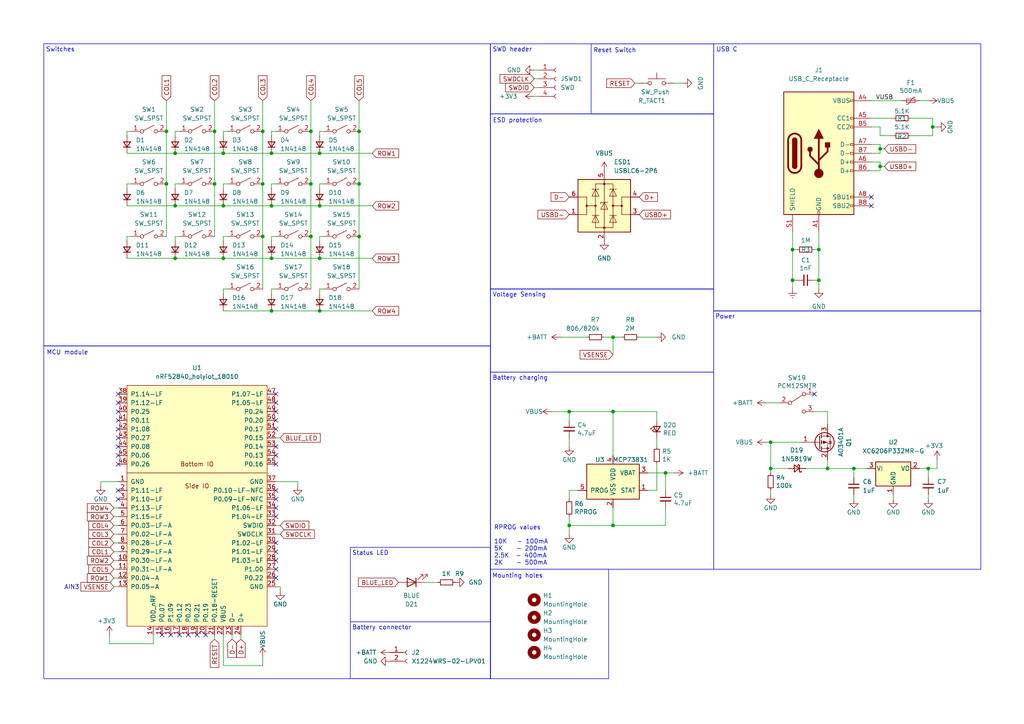
<source format=kicad_sch>
(kicad_sch (version 20231120) (generator "eeschema") (generator_version "8.0")
  (paper "A4")
  (junction (at 165.1 119.38))
  (junction (at 78.74 74.93))
  (junction (at 62.23 53.34))
  (junction (at 270.51 36.83))
  (junction (at 237.49 81.28))
  (junction (at 104.14 68.58))
  (junction (at 78.74 44.45))
  (junction (at 247.65 135.89))
  (junction (at 255.27 48.26))
  (junction (at 229.87 72.39))
  (junction (at 92.71 59.69))
  (junction (at 193.04 137.16))
  (junction (at 92.71 74.93))
  (junction (at 64.77 59.69))
  (junction (at 76.2 38.1))
  (junction (at 90.17 68.58))
  (junction (at 64.77 44.45))
  (junction (at 50.8 74.93))
  (junction (at 48.26 53.34))
  (junction (at 104.14 38.1))
  (junction (at 90.17 53.34))
  (junction (at 269.24 135.89))
  (junction (at 76.2 68.58))
  (junction (at 223.52 128.27))
  (junction (at 237.49 72.39))
  (junction (at 223.52 135.89))
  (junction (at 240.03 135.89))
  (junction (at 177.8 119.38))
  (junction (at 78.74 90.17))
  (junction (at 62.23 38.1))
  (junction (at 78.74 59.69))
  (junction (at 165.1 152.4))
  (junction (at 76.2 53.34))
  (junction (at 50.8 44.45))
  (junction (at 50.8 59.69))
  (junction (at 229.87 81.28))
  (junction (at 48.26 38.1))
  (junction (at 92.71 44.45))
  (junction (at 177.8 152.4))
  (junction (at 90.17 38.1))
  (junction (at 92.71 90.17))
  (junction (at 177.8 97.79))
  (junction (at 64.77 74.93))
  (junction (at 255.27 43.18))
  (junction (at 104.14 53.34))
  (no_connect (at 80.01 114.3))
  (no_connect (at 46.99 184.15))
  (no_connect (at 80.01 116.84))
  (no_connect (at 49.53 184.15))
  (no_connect (at 80.01 121.92))
  (no_connect (at 34.29 121.92))
  (no_connect (at 80.01 119.38))
  (no_connect (at 80.01 142.24))
  (no_connect (at 34.29 142.24))
  (no_connect (at 80.01 157.48))
  (no_connect (at 80.01 132.08))
  (no_connect (at 34.29 134.62))
  (no_connect (at 59.69 184.15))
  (no_connect (at 52.07 184.15))
  (no_connect (at 34.29 116.84))
  (no_connect (at 236.22 114.3))
  (no_connect (at 34.29 132.08))
  (no_connect (at 54.61 184.15))
  (no_connect (at 80.01 129.54))
  (no_connect (at 80.01 124.46))
  (no_connect (at 252.73 57.15))
  (no_connect (at 80.01 147.32))
  (no_connect (at 34.29 129.54))
  (no_connect (at 80.01 144.78))
  (no_connect (at 80.01 134.62))
  (no_connect (at 34.29 124.46))
  (no_connect (at 80.01 149.86))
  (no_connect (at 80.01 165.1))
  (no_connect (at 252.73 59.69))
  (no_connect (at 80.01 160.02))
  (no_connect (at 80.01 167.64))
  (no_connect (at 57.15 184.15))
  (no_connect (at 34.29 127))
  (no_connect (at 80.01 162.56))
  (no_connect (at 34.29 114.3))
  (no_connect (at 34.29 119.38))
  (no_connect (at 34.29 144.78))
  (wire (pts (xy 64.77 53.34) (xy 66.04 53.34)))
  (wire (pts (xy 92.71 53.34) (xy 93.98 53.34)))
  (wire (pts (xy 78.74 90.17) (xy 92.71 90.17)))
  (wire (pts (xy 64.77 184.15) (xy 64.77 193.04)))
  (wire (pts (xy 154.94 20.32) (xy 156.21 20.32)))
  (wire (pts (xy 76.2 68.58) (xy 76.2 83.82)))
  (wire (pts (xy 50.8 44.45) (xy 64.77 44.45)))
  (wire (pts (xy 29.21 139.7) (xy 29.21 140.97)))
  (wire (pts (xy 78.74 54.61) (xy 78.74 53.34)))
  (wire (pts (xy 31.75 186.69) (xy 44.45 186.69)))
  (wire (pts (xy 266.7 29.21) (xy 269.24 29.21)))
  (wire (pts (xy 64.77 69.85) (xy 64.77 68.58)))
  (wire (pts (xy 104.14 53.34) (xy 104.14 68.58)))
  (wire (pts (xy 76.2 53.34) (xy 76.2 68.58)))
  (wire (pts (xy 252.73 46.99) (xy 255.27 46.99)))
  (wire (pts (xy 33.02 154.94) (xy 34.29 154.94)))
  (wire (pts (xy 36.83 59.69) (xy 50.8 59.69)))
  (wire (pts (xy 64.77 83.82) (xy 66.04 83.82)))
  (wire (pts (xy 237.49 72.39) (xy 237.49 67.31)))
  (wire (pts (xy 229.87 81.28) (xy 229.87 72.39)))
  (wire (pts (xy 233.68 135.89) (xy 240.03 135.89)))
  (wire (pts (xy 50.8 69.85) (xy 50.8 68.58)))
  (wire (pts (xy 229.87 81.28) (xy 231.14 81.28)))
  (wire (pts (xy 92.71 74.93) (xy 107.95 74.93)))
  (wire (pts (xy 62.23 53.34) (xy 62.23 68.58)))
  (wire (pts (xy 92.71 68.58) (xy 92.71 69.85)))
  (wire (pts (xy 78.74 74.93) (xy 92.71 74.93)))
  (wire (pts (xy 187.96 142.24) (xy 190.5 142.24)))
  (wire (pts (xy 86.36 139.7) (xy 86.36 140.97)))
  (wire (pts (xy 154.94 27.94) (xy 156.21 27.94)))
  (wire (pts (xy 36.83 39.37) (xy 36.83 38.1)))
  (wire (pts (xy 90.17 29.21) (xy 90.17 38.1)))
  (wire (pts (xy 237.49 81.28) (xy 237.49 72.39)))
  (wire (pts (xy 92.71 44.45) (xy 107.95 44.45)))
  (wire (pts (xy 90.17 38.1) (xy 90.17 53.34)))
  (wire (pts (xy 193.04 137.16) (xy 193.04 142.24)))
  (wire (pts (xy 222.25 116.84) (xy 226.06 116.84)))
  (wire (pts (xy 269.24 135.89) (xy 269.24 138.43)))
  (wire (pts (xy 48.26 53.34) (xy 48.26 68.58)))
  (wire (pts (xy 33.02 157.48) (xy 34.29 157.48)))
  (wire (pts (xy 177.8 147.32) (xy 177.8 152.4)))
  (wire (pts (xy 33.02 149.86) (xy 34.29 149.86)))
  (wire (pts (xy 255.27 48.26) (xy 255.27 49.53)))
  (wire (pts (xy 165.1 154.94) (xy 165.1 152.4)))
  (wire (pts (xy 184.15 24.13) (xy 185.42 24.13)))
  (wire (pts (xy 270.51 36.83) (xy 271.78 36.83)))
  (wire (pts (xy 92.71 90.17) (xy 107.95 90.17)))
  (wire (pts (xy 237.49 83.82) (xy 237.49 81.28)))
  (wire (pts (xy 255.27 43.18) (xy 255.27 44.45)))
  (wire (pts (xy 36.83 74.93) (xy 50.8 74.93)))
  (wire (pts (xy 236.22 81.28) (xy 237.49 81.28)))
  (wire (pts (xy 33.02 162.56) (xy 34.29 162.56)))
  (wire (pts (xy 193.04 137.16) (xy 195.58 137.16)))
  (wire (pts (xy 64.77 44.45) (xy 78.74 44.45)))
  (wire (pts (xy 78.74 85.09) (xy 78.74 83.82)))
  (wire (pts (xy 270.51 39.37) (xy 264.16 39.37)))
  (wire (pts (xy 236.22 72.39) (xy 237.49 72.39)))
  (wire (pts (xy 177.8 119.38) (xy 177.8 132.08)))
  (wire (pts (xy 228.6 135.89) (xy 223.52 135.89)))
  (wire (pts (xy 259.08 143.51) (xy 259.08 144.78)))
  (wire (pts (xy 92.71 38.1) (xy 92.71 39.37)))
  (wire (pts (xy 252.73 49.53) (xy 255.27 49.53)))
  (wire (pts (xy 162.56 97.79) (xy 170.18 97.79)))
  (wire (pts (xy 50.8 74.93) (xy 64.77 74.93)))
  (wire (pts (xy 255.27 46.99) (xy 255.27 48.26)))
  (wire (pts (xy 165.1 142.24) (xy 165.1 144.78)))
  (wire (pts (xy 154.94 22.86) (xy 156.21 22.86)))
  (wire (pts (xy 78.74 83.82) (xy 80.01 83.82)))
  (wire (pts (xy 187.96 137.16) (xy 193.04 137.16)))
  (wire (pts (xy 195.58 24.13) (xy 198.12 24.13)))
  (wire (pts (xy 90.17 68.58) (xy 90.17 83.82)))
  (wire (pts (xy 67.31 184.15) (xy 67.31 185.42)))
  (wire (pts (xy 80.01 154.94) (xy 81.28 154.94)))
  (wire (pts (xy 190.5 142.24) (xy 190.5 134.62)))
  (wire (pts (xy 62.23 38.1) (xy 62.23 53.34)))
  (wire (pts (xy 36.83 53.34) (xy 38.1 53.34)))
  (wire (pts (xy 31.75 186.69) (xy 31.75 184.15)))
  (wire (pts (xy 256.54 43.18) (xy 255.27 43.18)))
  (wire (pts (xy 175.26 97.79) (xy 177.8 97.79)))
  (wire (pts (xy 76.2 193.04) (xy 76.2 190.5)))
  (wire (pts (xy 62.23 29.21) (xy 62.23 38.1)))
  (wire (pts (xy 177.8 97.79) (xy 180.34 97.79)))
  (wire (pts (xy 33.02 170.18) (xy 34.29 170.18)))
  (wire (pts (xy 78.74 69.85) (xy 78.74 68.58)))
  (wire (pts (xy 50.8 53.34) (xy 52.07 53.34)))
  (wire (pts (xy 240.03 135.89) (xy 247.65 135.89)))
  (wire (pts (xy 33.02 160.02) (xy 34.29 160.02)))
  (wire (pts (xy 223.52 135.89) (xy 223.52 137.16)))
  (wire (pts (xy 104.14 29.21) (xy 104.14 38.1)))
  (wire (pts (xy 190.5 121.92) (xy 190.5 119.38)))
  (wire (pts (xy 33.02 152.4) (xy 34.29 152.4)))
  (wire (pts (xy 270.51 39.37) (xy 270.51 36.83)))
  (wire (pts (xy 229.87 83.82) (xy 229.87 81.28)))
  (wire (pts (xy 255.27 41.91) (xy 255.27 43.18)))
  (wire (pts (xy 33.02 165.1) (xy 34.29 165.1)))
  (wire (pts (xy 50.8 68.58) (xy 52.07 68.58)))
  (wire (pts (xy 92.71 83.82) (xy 92.71 85.09)))
  (wire (pts (xy 64.77 90.17) (xy 78.74 90.17)))
  (wire (pts (xy 252.73 41.91) (xy 255.27 41.91)))
  (wire (pts (xy 80.01 139.7) (xy 86.36 139.7)))
  (wire (pts (xy 177.8 152.4) (xy 193.04 152.4)))
  (wire (pts (xy 81.28 170.18) (xy 81.28 171.45)))
  (wire (pts (xy 165.1 121.92) (xy 165.1 119.38)))
  (wire (pts (xy 64.77 38.1) (xy 66.04 38.1)))
  (wire (pts (xy 64.77 59.69) (xy 78.74 59.69)))
  (wire (pts (xy 264.16 34.29) (xy 270.51 34.29)))
  (wire (pts (xy 78.74 44.45) (xy 92.71 44.45)))
  (wire (pts (xy 247.65 135.89) (xy 247.65 138.43)))
  (wire (pts (xy 48.26 38.1) (xy 48.26 53.34)))
  (wire (pts (xy 50.8 59.69) (xy 64.77 59.69)))
  (wire (pts (xy 92.71 83.82) (xy 93.98 83.82)))
  (wire (pts (xy 92.71 38.1) (xy 93.98 38.1)))
  (wire (pts (xy 64.77 193.04) (xy 76.2 193.04)))
  (wire (pts (xy 44.45 186.69) (xy 44.45 184.15)))
  (wire (pts (xy 80.01 170.18) (xy 81.28 170.18)))
  (wire (pts (xy 50.8 54.61) (xy 50.8 53.34)))
  (wire (pts (xy 64.77 39.37) (xy 64.77 38.1)))
  (wire (pts (xy 76.2 38.1) (xy 76.2 53.34)))
  (wire (pts (xy 255.27 39.37) (xy 259.08 39.37)))
  (wire (pts (xy 64.77 74.93) (xy 78.74 74.93)))
  (wire (pts (xy 167.64 142.24) (xy 165.1 142.24)))
  (wire (pts (xy 34.29 139.7) (xy 29.21 139.7)))
  (wire (pts (xy 33.02 147.32) (xy 34.29 147.32)))
  (wire (pts (xy 255.27 36.83) (xy 252.73 36.83)))
  (wire (pts (xy 255.27 39.37) (xy 255.27 36.83)))
  (wire (pts (xy 104.14 68.58) (xy 104.14 83.82)))
  (wire (pts (xy 247.65 143.51) (xy 247.65 144.78)))
  (wire (pts (xy 271.78 133.35) (xy 271.78 135.89)))
  (wire (pts (xy 48.26 29.21) (xy 48.26 38.1)))
  (wire (pts (xy 177.8 152.4) (xy 165.1 152.4)))
  (wire (pts (xy 76.2 29.21) (xy 76.2 38.1)))
  (wire (pts (xy 177.8 97.79) (xy 177.8 102.87)))
  (wire (pts (xy 165.1 127) (xy 165.1 129.54)))
  (wire (pts (xy 92.71 59.69) (xy 107.95 59.69)))
  (wire (pts (xy 223.52 135.89) (xy 223.52 128.27)))
  (wire (pts (xy 223.52 142.24) (xy 223.52 143.51)))
  (wire (pts (xy 92.71 53.34) (xy 92.71 54.61)))
  (wire (pts (xy 78.74 53.34) (xy 80.01 53.34)))
  (wire (pts (xy 90.17 53.34) (xy 90.17 68.58)))
  (wire (pts (xy 50.8 39.37) (xy 50.8 38.1)))
  (wire (pts (xy 78.74 59.69) (xy 92.71 59.69)))
  (wire (pts (xy 252.73 44.45) (xy 255.27 44.45)))
  (wire (pts (xy 80.01 127) (xy 81.28 127)))
  (wire (pts (xy 165.1 119.38) (xy 177.8 119.38)))
  (wire (pts (xy 229.87 72.39) (xy 231.14 72.39)))
  (wire (pts (xy 78.74 38.1) (xy 80.01 38.1)))
  (wire (pts (xy 271.78 135.89) (xy 269.24 135.89)))
  (wire (pts (xy 259.08 34.29) (xy 252.73 34.29)))
  (wire (pts (xy 236.22 119.38) (xy 240.03 119.38)))
  (wire (pts (xy 36.83 38.1) (xy 38.1 38.1)))
  (wire (pts (xy 64.77 83.82) (xy 64.77 85.09)))
  (wire (pts (xy 154.94 25.4) (xy 156.21 25.4)))
  (wire (pts (xy 36.83 68.58) (xy 38.1 68.58)))
  (wire (pts (xy 33.02 167.64) (xy 34.29 167.64)))
  (wire (pts (xy 269.24 143.51) (xy 269.24 144.78)))
  (wire (pts (xy 240.03 135.89) (xy 240.03 133.35)))
  (wire (pts (xy 36.83 54.61) (xy 36.83 53.34)))
  (wire (pts (xy 190.5 119.38) (xy 177.8 119.38)))
  (wire (pts (xy 240.03 119.38) (xy 240.03 123.19)))
  (wire (pts (xy 78.74 68.58) (xy 80.01 68.58)))
  (wire (pts (xy 223.52 128.27) (xy 232.41 128.27)))
  (wire (pts (xy 160.02 119.38) (xy 165.1 119.38)))
  (wire (pts (xy 69.85 184.15) (xy 69.85 185.42)))
  (wire (pts (xy 190.5 129.54) (xy 190.5 127)))
  (wire (pts (xy 165.1 149.86) (xy 165.1 152.4)))
  (wire (pts (xy 270.51 34.29) (xy 270.51 36.83)))
  (wire (pts (xy 269.24 135.89) (xy 266.7 135.89)))
  (wire (pts (xy 36.83 69.85) (xy 36.83 68.58)))
  (wire (pts (xy 123.19 168.91) (xy 127 168.91)))
  (wire (pts (xy 78.74 39.37) (xy 78.74 38.1)))
  (wire (pts (xy 229.87 72.39) (xy 229.87 67.31)))
  (wire (pts (xy 251.46 135.89) (xy 247.65 135.89)))
  (wire (pts (xy 64.77 68.58) (xy 66.04 68.58)))
  (wire (pts (xy 50.8 38.1) (xy 52.07 38.1)))
  (wire (pts (xy 252.73 29.21) (xy 261.62 29.21)))
  (wire (pts (xy 36.83 44.45) (xy 50.8 44.45)))
  (wire (pts (xy 222.25 128.27) (xy 223.52 128.27)))
  (wire (pts (xy 81.28 152.4) (xy 80.01 152.4)))
  (wire (pts (xy 256.54 48.26) (xy 255.27 48.26)))
  (wire (pts (xy 185.42 97.79) (xy 190.5 97.79)))
  (wire (pts (xy 193.04 147.32) (xy 193.04 152.4)))
  (wire (pts (xy 92.71 68.58) (xy 93.98 68.58)))
  (wire (pts (xy 64.77 54.61) (xy 64.77 53.34)))
  (wire (pts (xy 104.14 38.1) (xy 104.14 53.34)))
  (wire (pts (xy 62.23 184.15) (xy 62.23 185.42)))
  (rectangle (start 142.24 107.95) (end 207.01 165.1))
  (rectangle (start 207.01 12.7) (end 284.48 90.17))
  (rectangle (start 207.01 90.17) (end 284.48 165.1))
  (rectangle (start 142.24 83.82) (end 207.01 107.95))
  (rectangle (start 171.45 12.7) (end 207.01 33.02))
  (rectangle (start 142.24 165.1) (end 176.53 196.85))
  (rectangle (start 101.6 180.34) (end 142.24 196.85))
  (rectangle (start 101.6 158.75) (end 142.24 180.34))
  (rectangle (start 12.7 100.33) (end 142.24 196.85))
  (rectangle (start 142.24 12.7) (end 207.01 33.02))
  (rectangle (start 12.7 12.7) (end 142.24 100.33))
  (rectangle (start 142.24 33.02) (end 207.01 83.82))
  (text "Battery charging" (at 150.876 109.728 0) (effects (font (size 1.27 1.27))))
  (text "Power" (at 210.312 91.948 0) (effects (font (size 1.27 1.27))))
  (text "RPROG values\n\n10K   - 100mA\n5K    - 200mA\n2.5K  - 400mA\n2K    - 500mA" (at 143.256 164.084 0) (effects (font (size 1.27 1.27)) (justify left bottom)))
  (text "Mounting holes" (at 150.114 167.132 0) (effects (font (size 1.27 1.27))))
  (text "SWD header" (at 148.59 14.478 0) (effects (font (size 1.27 1.27))))
  (text "AIN3" (at 20.828 170.434 0) (effects (font (size 1.27 1.27))))
  (text "Switches" (at 17.526 14.478 0) (effects (font (size 1.27 1.27))))
  (text "Voltage Sensing" (at 150.622 85.598 0) (effects (font (size 1.27 1.27))))
  (text "USB C" (at 210.82 14.478 0) (effects (font (size 1.27 1.27))))
  (text "Status LED" (at 107.442 160.528 0) (effects (font (size 1.27 1.27))))
  (text "Battery connector" (at 110.744 182.118 0) (effects (font (size 1.27 1.27))))
  (text "MCU module" (at 19.558 102.362 0) (effects (font (size 1.27 1.27))))
  (text "Reset Switch" (at 178.308 14.732 0) (effects (font (size 1.27 1.27))))
  (text "ESD protection" (at 150.114 35.052 0) (effects (font (size 1.27 1.27))))
  (label "VUSB" (at 254 29.21 0))
  (global_label "ROW2" (shape input) (at 33.02 162.56 180) (property "Intersheetrefs" "${INTERSHEET_REFS}" (effects (hide yes))))
  (global_label "ROW1" (shape input) (at 107.95 44.45 0) (property "Intersheetrefs" "${INTERSHEET_REFS}" (effects (hide yes))))
  (global_label "BLUE_LED" (shape input) (at 81.28 127 0) (property "Intersheetrefs" "${INTERSHEET_REFS}" (effects (hide yes))))
  (global_label "USBD+" (shape input) (at 185.42 62.23 0) (property "Intersheetrefs" "${INTERSHEET_REFS}" (effects (hide yes))))
  (global_label "SWDCLK" (shape input) (at 154.94 22.86 180) (property "Intersheetrefs" "${INTERSHEET_REFS}" (effects (hide yes))))
  (global_label "COL4" (shape input) (at 33.02 152.4 180) (property "Intersheetrefs" "${INTERSHEET_REFS}" (effects (hide yes))))
  (global_label "ROW3" (shape input) (at 107.95 74.93 0) (property "Intersheetrefs" "${INTERSHEET_REFS}" (effects (hide yes))))
  (global_label "COL2" (shape input) (at 33.02 157.48 180) (property "Intersheetrefs" "${INTERSHEET_REFS}" (effects (hide yes))))
  (global_label "SWDIO" (shape input) (at 81.28 152.4 0) (property "Intersheetrefs" "${INTERSHEET_REFS}" (effects (hide yes))))
  (global_label "BLUE_LED" (shape input) (at 115.57 168.91 180) (property "Intersheetrefs" "${INTERSHEET_REFS}" (effects (hide yes))))
  (global_label "RESET" (shape input) (at 62.23 185.42 270) (property "Intersheetrefs" "${INTERSHEET_REFS}" (effects (hide yes))))
  (global_label "VSENSE" (shape input) (at 33.02 170.18 180) (property "Intersheetrefs" "${INTERSHEET_REFS}" (effects (hide yes))))
  (global_label "SWDCLK" (shape input) (at 81.28 154.94 0) (property "Intersheetrefs" "${INTERSHEET_REFS}" (effects (hide yes))))
  (global_label "D-" (shape input) (at 67.31 185.42 270) (property "Intersheetrefs" "${INTERSHEET_REFS}" (effects (hide yes))))
  (global_label "ROW3" (shape input) (at 33.02 149.86 180) (property "Intersheetrefs" "${INTERSHEET_REFS}" (effects (hide yes))))
  (global_label "COL1" (shape input) (at 48.26 29.21 90) (property "Intersheetrefs" "${INTERSHEET_REFS}" (effects (hide yes))))
  (global_label "VSENSE" (shape input) (at 177.8 102.87 180) (property "Intersheetrefs" "${INTERSHEET_REFS}" (effects (hide yes))))
  (global_label "SWDIO" (shape input) (at 154.94 25.4 180) (property "Intersheetrefs" "${INTERSHEET_REFS}" (effects (hide yes))))
  (global_label "USBD-" (shape input) (at 165.1 62.23 180) (property "Intersheetrefs" "${INTERSHEET_REFS}" (effects (hide yes))))
  (global_label "COL5" (shape input) (at 104.14 29.21 90) (property "Intersheetrefs" "${INTERSHEET_REFS}" (effects (hide yes))))
  (global_label "COL3" (shape input) (at 33.02 154.94 180) (property "Intersheetrefs" "${INTERSHEET_REFS}" (effects (hide yes))))
  (global_label "USBD+" (shape input) (at 256.54 48.26 0) (property "Intersheetrefs" "${INTERSHEET_REFS}" (effects (hide yes))))
  (global_label "ROW4" (shape input) (at 33.02 147.32 180) (property "Intersheetrefs" "${INTERSHEET_REFS}" (effects (hide yes))))
  (global_label "D+" (shape input) (at 69.85 185.42 270) (property "Intersheetrefs" "${INTERSHEET_REFS}" (effects (hide yes))))
  (global_label "COL5" (shape input) (at 33.02 165.1 180) (property "Intersheetrefs" "${INTERSHEET_REFS}" (effects (hide yes))))
  (global_label "COL4" (shape input) (at 90.17 29.21 90) (property "Intersheetrefs" "${INTERSHEET_REFS}" (effects (hide yes))))
  (global_label "ROW2" (shape input) (at 107.95 59.69 0) (property "Intersheetrefs" "${INTERSHEET_REFS}" (effects (hide yes))))
  (global_label "D+" (shape input) (at 185.42 57.15 0) (property "Intersheetrefs" "${INTERSHEET_REFS}" (effects (hide yes))))
  (global_label "COL2" (shape input) (at 62.23 29.21 90) (property "Intersheetrefs" "${INTERSHEET_REFS}" (effects (hide yes))))
  (global_label "COL3" (shape input) (at 76.2 29.21 90) (property "Intersheetrefs" "${INTERSHEET_REFS}" (effects (hide yes))))
  (global_label "USBD-" (shape input) (at 256.54 43.18 0) (property "Intersheetrefs" "${INTERSHEET_REFS}" (effects (hide yes))))
  (global_label "ROW1" (shape input) (at 33.02 167.64 180) (property "Intersheetrefs" "${INTERSHEET_REFS}" (effects (hide yes))))
  (global_label "ROW4" (shape input) (at 107.95 90.17 0) (property "Intersheetrefs" "${INTERSHEET_REFS}" (effects (hide yes))))
  (global_label "COL1" (shape input) (at 33.02 160.02 180) (property "Intersheetrefs" "${INTERSHEET_REFS}" (effects (hide yes))))
  (global_label "RESET" (shape input) (at 184.15 24.13 180) (property "Intersheetrefs" "${INTERSHEET_REFS}" (effects (hide yes))))
  (global_label "D-" (shape input) (at 165.1 57.15 180) (property "Intersheetrefs" "${INTERSHEET_REFS}" (effects (hide yes))))
  (symbol (lib_id "power:GND") (at 132.08 168.91 90) (unit 1)
    (property "Reference" "#PWR024" (effects (hide yes)))
    (property "Value" "GND" (at 135.89 168.9099 90) (effects (justify right)))
  )
  (symbol (lib_id "power:GND") (at 190.5 97.79 90) (unit 1)
    (property "Reference" "#PWR019" (effects (hide yes)))
    (property "Value" "GND" (at 196.85 97.79 90))
  )
  (symbol (lib_id "Mechanical:MountingHole") (at 154.94 184.15 0) (unit 1) (exclude_from_sim yes) (in_bom no)
    (property "Reference" "H3" (at 157.48 182.8799 0) (effects (justify left)))
    (property "Value" "MountingHole" (at 157.48 185.4199 0) (effects (justify left)))
    (property "Footprint" "carpo:StandoffHole_4.3mm" (effects (hide yes)))
    (property "Description" "Mounting Hole without connection" (effects (hide yes)))
  )
  (symbol (lib_id "Device:D_Small") (at 78.74 41.91 90) (unit 1)
    (property "Reference" "D4" (at 81.28 40.6399 90) (effects (justify right)))
    (property "Value" "1N4148" (at 81.28 43.1799 90) (effects (justify right)))
    (property "Footprint" "Diode_SMD:D_SOD-123" (effects (hide yes)))
    (property "Description" "Diode, small symbol" (effects (hide yes)))
    (property "Sim.Device" "D" (effects (hide yes)))
    (property "Sim.Pins" "1=K 2=A" (effects (hide yes)))
    (property "Aliexpress" "https://www.aliexpress.com/item/32849879904.html?pdp_npi=4%40dis%21BRL%21R%24%2010%2C09%21R%24%2010%2C09%21%21%211.66%211.66%21%402103241117319619888525440e8871%2165195962302%21sh%21BR%214340077984%21X&spm=a2g0o.store_pc_allItems_or_groupList.new_all_items_2007523355393.32849879904" (effects (hide yes)))
    (property "LCSC" "C909967" (effects (hide yes)))
  )
  (symbol (lib_id "Device:D_Small") (at 92.71 72.39 90) (unit 1)
    (property "Reference" "D15" (at 95.25 71.1199 90) (effects (justify right)))
    (property "Value" "1N4148" (at 95.25 73.6599 90) (effects (justify right)))
    (property "Footprint" "Diode_SMD:D_SOD-123" (effects (hide yes)))
    (property "Description" "Diode, small symbol" (effects (hide yes)))
    (property "Sim.Device" "D" (effects (hide yes)))
    (property "Sim.Pins" "1=K 2=A" (effects (hide yes)))
    (property "Aliexpress" "https://www.aliexpress.com/item/32849879904.html?pdp_npi=4%40dis%21BRL%21R%24%2010%2C09%21R%24%2010%2C09%21%21%211.66%211.66%21%402103241117319619888525440e8871%2165195962302%21sh%21BR%214340077984%21X&spm=a2g0o.store_pc_allItems_or_groupList.new_all_items_2007523355393.32849879904" (effects (hide yes)))
    (property "LCSC" "C909967" (effects (hide yes)))
  )
  (symbol (lib_id "power:GND") (at 223.52 143.51 0) (unit 1)
    (property "Reference" "#PWR09" (effects (hide yes)))
    (property "Value" "GND" (at 223.52 147.32 0))
  )
  (symbol (lib_id "Mechanical:MountingHole") (at 154.94 189.23 0) (unit 1) (exclude_from_sim yes) (in_bom no)
    (property "Reference" "H4" (at 157.48 187.9599 0) (effects (justify left)))
    (property "Value" "MountingHole" (at 157.48 190.4999 0) (effects (justify left)))
    (property "Footprint" "carpo:StandoffHole_4.3mm" (effects (hide yes)))
    (property "Description" "Mounting Hole without connection" (effects (hide yes)))
  )
  (symbol (lib_id "power:VBUS") (at 269.24 29.21 270) (unit 1)
    (property "Reference" "#PWR01" (effects (hide yes)))
    (property "Value" "VBUS" (at 274.32 29.21 90))
  )
  (symbol (lib_id "Connector:Conn_01x02_Female") (at 118.11 189.23 0) (unit 1)
    (property "Reference" "J2" (at 119.38 189.2299 0) (effects (justify left)))
    (property "Value" "X1224WRS-02-LPV01" (at 119.38 191.7699 0) (effects (justify left)))
    (property "Footprint" "Connector_Molex:Molex_Pico-EZmate_78171-0002_1x02-1MP_P1.20mm_Vertical" (effects (hide yes)))
    (property "Aliexpress" "https://www.aliexpress.com/item/1005008059654298.html?spm=a2g0o.productlist.main.11.58513536xtKhKv&algo_pvid=bd3aa922-aa15-45c9-a93a-175bdb605849&algo_exp_id=bd3aa922-aa15-45c9-a93a-175bdb605849-5&pdp_npi=4%40dis%21BRL%2117.94%2117.94%21%21%212.95%212.95%21%402101e7f617319616422893688e9f23%2112000043491427239%21sea%21BR%214340077984%21X&curPageLogUid=7pDVXv2m4wOY&utparam-url=scene%3Asearch%7Cquery_from%3A" (effects (hide yes)))
    (property "LCSC" "C528028" (effects (hide yes)))
  )
  (symbol (lib_id "Device:C_Small") (at 269.24 140.97 0) (unit 1)
    (property "Reference" "C7" (at 271.78 139.7062 0) (effects (justify left)))
    (property "Value" "1uF" (at 271.78 142.2462 0) (effects (justify left)))
    (property "Footprint" "Capacitor_SMD:C_0603_1608Metric" (effects (hide yes)))
    (property "Aliexpress" "https://www.aliexpress.com/item/33015056650.html?pdp_npi=4%40dis%21BRL%21R%24%2010%2C67%21R%24%2010%2C67%21%21%211.76%211.76%21%402103246617320622125076525e6bd8%2167159922017%21sh%21BR%214340077984%21X&spm=a2g0o.store_pc_allItems_or_groupList.new_all_items_2007523355393.33015056650" (effects (hide yes)))
    (property "LCSC" "C1592" (effects (hide yes)))
  )
  (symbol (lib_name "+BATT_1") (lib_id "power:+BATT") (at 195.58 137.16 270) (unit 1)
    (property "Reference" "#PWR013" (effects (hide yes)))
    (property "Value" "+BATT" (at 199.39 137.1599 90) (effects (justify left)))
    (property "Description" "Power symbol creates a global label with name \"+BATT\"" (effects (hide yes)))
  )
  (symbol (lib_id "Switch:SW_SPST") (at 57.15 53.34 0) (unit 1)
    (property "Reference" "SW7" (at 57.15 46.99 0))
    (property "Value" "SW_SPST" (at 57.15 49.53 0))
    (property "Footprint" "marbastlib-choc:SW_choc_v1_HS_CPG135001S30_1u" (effects (hide yes)))
    (property "Description" "Single Pole Single Throw (SPST) switch" (effects (hide yes)))
    (property "Aliexpress" "https://www.aliexpress.com/item/1005004290562374.html?spm=a2g0o.order_list.order_list_main.11.1b7a1802tGxfP6" (effects (hide yes)))
  )
  (symbol (lib_id "Switch:SW_SPST") (at 99.06 83.82 0) (unit 1)
    (property "Reference" "SW18" (at 99.06 77.47 0))
    (property "Value" "SW_SPST" (at 99.06 80.01 0))
    (property "Footprint" "marbastlib-choc:SW_choc_v1_HS_CPG135001S30_1.5u" (effects (hide yes)))
    (property "Description" "Single Pole Single Throw (SPST) switch" (effects (hide yes)))
    (property "Aliexpress" "https://www.aliexpress.com/item/1005004290562374.html?spm=a2g0o.order_list.order_list_main.11.1b7a1802tGxfP6" (effects (hide yes)))
  )
  (symbol (lib_id "Device:D_Small") (at 64.77 57.15 90) (unit 1)
    (property "Reference" "D8" (at 67.31 55.8799 90) (effects (justify right)))
    (property "Value" "1N4148" (at 67.31 58.4199 90) (effects (justify right)))
    (property "Footprint" "Diode_SMD:D_SOD-123" (effects (hide yes)))
    (property "Description" "Diode, small symbol" (effects (hide yes)))
    (property "Sim.Device" "D" (effects (hide yes)))
    (property "Sim.Pins" "1=K 2=A" (effects (hide yes)))
    (property "Aliexpress" "https://www.aliexpress.com/item/32849879904.html?pdp_npi=4%40dis%21BRL%21R%24%2010%2C09%21R%24%2010%2C09%21%21%211.66%211.66%21%402103241117319619888525440e8871%2165195962302%21sh%21BR%214340077984%21X&spm=a2g0o.store_pc_allItems_or_groupList.new_all_items_2007523355393.32849879904" (effects (hide yes)))
    (property "LCSC" "C909967" (effects (hide yes)))
  )
  (symbol (lib_id "Device:LED") (at 119.38 168.91 180) (unit 1)
    (property "Reference" "D21" (at 119.38 175.26 0))
    (property "Value" "BLUE" (at 119.38 172.72 0))
    (property "Footprint" "LED_SMD:LED_0603_1608Metric" (effects (hide yes)))
    (property "Aliexpress" "https://www.aliexpress.com/item/1005005981379885.html?spm=a2g0o.productlist.main.1.7b99DxRPDxRPdx&algo_pvid=18eb9153-bacb-4ca3-8257-d5c9a437a83b&algo_exp_id=18eb9153-bacb-4ca3-8257-d5c9a437a83b-0&pdp_npi=4%40dis%21BRL%217.01%214.66%21%21%218.39%215.58%21%402103246617321624426335786e6bb7%2112000035165361804%21sea%21BR%214340077984%21X&curPageLogUid=PSjrLVZGbaW6&utparam-url=scene%3Asearch%7Cquery_from%3A" (effects (hide yes)))
    (property "LCSC" "C72041" (effects (hide yes)))
  )
  (symbol (lib_id "power:+3.3V") (at 31.75 184.15 0) (unit 1)
    (property "Reference" "#PWR027" (effects (hide yes)))
    (property "Value" "+3V3" (at 33.528 180.086 0) (effects (justify right)))
  )
  (symbol (lib_id "Device:D_Small") (at 78.74 72.39 90) (unit 1)
    (property "Reference" "D14" (at 81.28 71.1199 90) (effects (justify right)))
    (property "Value" "1N4148" (at 81.28 73.6599 90) (effects (justify right)))
    (property "Footprint" "Diode_SMD:D_SOD-123" (effects (hide yes)))
    (property "Description" "Diode, small symbol" (effects (hide yes)))
    (property "Sim.Device" "D" (effects (hide yes)))
    (property "Sim.Pins" "1=K 2=A" (effects (hide yes)))
    (property "Aliexpress" "https://www.aliexpress.com/item/32849879904.html?pdp_npi=4%40dis%21BRL%21R%24%2010%2C09%21R%24%2010%2C09%21%21%211.66%211.66%21%402103241117319619888525440e8871%2165195962302%21sh%21BR%214340077984%21X&spm=a2g0o.store_pc_allItems_or_groupList.new_all_items_2007523355393.32849879904" (effects (hide yes)))
    (property "LCSC" "C909967" (effects (hide yes)))
  )
  (symbol (lib_id "Device:C_Small") (at 247.65 140.97 0) (unit 1)
    (property "Reference" "C6" (at 250.19 139.7062 0) (effects (justify left)))
    (property "Value" "1uF" (at 250.19 142.2462 0) (effects (justify left)))
    (property "Footprint" "Capacitor_SMD:C_0603_1608Metric" (effects (hide yes)))
    (property "Aliexpress" "https://www.aliexpress.com/item/33015056650.html?pdp_npi=4%40dis%21BRL%21R%24%2010%2C67%21R%24%2010%2C67%21%21%211.76%211.76%21%402103246617320622125076525e6bd8%2167159922017%21sh%21BR%214340077984%21X&spm=a2g0o.store_pc_allItems_or_groupList.new_all_items_2007523355393.33015056650" (effects (hide yes)))
    (property "LCSC" "C1592" (effects (hide yes)))
  )
  (symbol (lib_id "Device:R_Small") (at 172.72 97.79 90) (unit 1)
    (property "Reference" "R7" (at 173.99 92.71 90) (effects (justify left)))
    (property "Value" "806/820k" (at 173.9899 95.25 90) (effects (justify left)))
    (property "Footprint" "Resistor_SMD:R_0603_1608Metric" (effects (hide yes)))
    (property "Aliexpress" "https://www.aliexpress.com/item/1005005180820900.html?spm=a2g0o.productlist.main.1.6134qFKhqFKhPF&algo_pvid=969d0013-7308-43b2-93d5-d0302bfc5325&algo_exp_id=969d0013-7308-43b2-93d5-d0302bfc5325-0&pdp_npi=4%40dis%21BRL%2111.17%2111.17%21%21%2113.33%2113.33%21%402101effb17320481852814788ebca1%2112000031996358565%21sea%21BR%214340077984%21X&curPageLogUid=E6k8bUI6WbVH&utparam-url=scene%3Asearch%7Cquery_from%3A" (effects (hide yes)))
    (property "LCSC" "C103828" (effects (hide yes)))
  )
  (symbol (lib_id "Switch:SW_SPST") (at 71.12 68.58 0) (unit 1)
    (property "Reference" "SW13" (at 71.12 62.23 0))
    (property "Value" "SW_SPST" (at 71.12 64.77 0))
    (property "Footprint" "marbastlib-choc:SW_choc_v1_HS_CPG135001S30_1u" (effects (hide yes)))
    (property "Description" "Single Pole Single Throw (SPST) switch" (effects (hide yes)))
    (property "Aliexpress" "https://www.aliexpress.com/item/1005004290562374.html?spm=a2g0o.order_list.order_list_main.11.1b7a1802tGxfP6" (effects (hide yes)))
  )
  (symbol (lib_id "Switch:SW_SPST") (at 85.09 68.58 0) (unit 1)
    (property "Reference" "SW14" (at 85.09 62.23 0))
    (property "Value" "SW_SPST" (at 85.09 64.77 0))
    (property "Footprint" "marbastlib-choc:SW_choc_v1_HS_CPG135001S30_1u" (effects (hide yes)))
    (property "Description" "Single Pole Single Throw (SPST) switch" (effects (hide yes)))
    (property "Aliexpress" "https://www.aliexpress.com/item/1005004290562374.html?spm=a2g0o.order_list.order_list_main.11.1b7a1802tGxfP6" (effects (hide yes)))
  )
  (symbol (lib_id "Device:C_Small") (at 165.1 124.46 0) (unit 1)
    (property "Reference" "C4" (at 167.4368 123.2916 0) (effects (justify left)))
    (property "Value" "4.7uF" (at 167.4368 125.603 0) (effects (justify left)))
    (property "Footprint" "Capacitor_SMD:C_0603_1608Metric" (effects (hide yes)))
    (property "LCSC" "C19666" (effects (hide yes)))
    (property "Aliexpress" "https://www.aliexpress.com/item/33015056650.html?pdp_npi=4%40dis%21BRL%21R%24%2010%2C67%21R%24%2010%2C67%21%21%211.76%211.76%21%402103246617320622125076525e6bd8%2167159922017%21sh%21BR%214340077984%21X&spm=a2g0o.store_pc_allItems_or_groupList.new_all_items_2007523355393.33015056650" (effects (hide yes)))
  )
  (symbol (lib_id "Device:D_Small") (at 64.77 87.63 90) (unit 1)
    (property "Reference" "D16" (at 67.31 86.3599 90) (effects (justify right)))
    (property "Value" "1N4148" (at 67.31 88.8999 90) (effects (justify right)))
    (property "Footprint" "Diode_SMD:D_SOD-123" (effects (hide yes)))
    (property "Description" "Diode, small symbol" (effects (hide yes)))
    (property "Sim.Device" "D" (effects (hide yes)))
    (property "Sim.Pins" "1=K 2=A" (effects (hide yes)))
    (property "Aliexpress" "https://www.aliexpress.com/item/32849879904.html?pdp_npi=4%40dis%21BRL%21R%24%2010%2C09%21R%24%2010%2C09%21%21%211.66%211.66%21%402103241117319619888525440e8871%2165195962302%21sh%21BR%214340077984%21X&spm=a2g0o.store_pc_allItems_or_groupList.new_all_items_2007523355393.32849879904" (effects (hide yes)))
    (property "LCSC" "C909967" (effects (hide yes)))
  )
  (symbol (lib_id "Device:D_Small") (at 50.8 72.39 90) (unit 1)
    (property "Reference" "D12" (at 53.34 71.1199 90) (effects (justify right)))
    (property "Value" "1N4148" (at 53.34 73.6599 90) (effects (justify right)))
    (property "Footprint" "Diode_SMD:D_SOD-123" (effects (hide yes)))
    (property "Description" "Diode, small symbol" (effects (hide yes)))
    (property "Sim.Device" "D" (effects (hide yes)))
    (property "Sim.Pins" "1=K 2=A" (effects (hide yes)))
    (property "Aliexpress" "https://www.aliexpress.com/item/32849879904.html?pdp_npi=4%40dis%21BRL%21R%24%2010%2C09%21R%24%2010%2C09%21%21%211.66%211.66%21%402103241117319619888525440e8871%2165195962302%21sh%21BR%214340077984%21X&spm=a2g0o.store_pc_allItems_or_groupList.new_all_items_2007523355393.32849879904" (effects (hide yes)))
    (property "LCSC" "C909967" (effects (hide yes)))
  )
  (symbol (lib_id "power:GND") (at 165.1 129.54 0) (unit 1)
    (property "Reference" "#PWR05" (effects (hide yes)))
    (property "Value" "GND" (at 165.1 133.35 0))
  )
  (symbol (lib_id "Device:R_Small") (at 190.5 132.08 180) (unit 1)
    (property "Reference" "R5" (at 191.9986 130.9116 0) (effects (justify right)))
    (property "Value" "1K" (at 191.9986 133.223 0) (effects (justify right)))
    (property "Footprint" "Resistor_SMD:R_0603_1608Metric" (effects (hide yes)))
    (property "LCSC" "C21190" (effects (hide yes)))
    (property "Aliexpress" "https://www.aliexpress.com/item/32847135098.html?pdp_npi=4%40dis%21BRL%21R%24%207%2C95%21R%24%207%2C95%21%21%211.31%211.31%21%4021030ea417320477566177655e9c92%2165168386237%21sh%21BR%214340077984%21X&spm=a2g0o.store_pc_allItems_or_groupList.new_all_items_2007523355393.32847135098" (effects (hide yes)))
  )
  (symbol (lib_id "Device:D_Small") (at 92.71 57.15 90) (unit 1)
    (property "Reference" "D10" (at 95.25 55.8799 90) (effects (justify right)))
    (property "Value" "1N4148" (at 95.25 58.4199 90) (effects (justify right)))
    (property "Footprint" "Diode_SMD:D_SOD-123" (effects (hide yes)))
    (property "Description" "Diode, small symbol" (effects (hide yes)))
    (property "Sim.Device" "D" (effects (hide yes)))
    (property "Sim.Pins" "1=K 2=A" (effects (hide yes)))
    (property "Aliexpress" "https://www.aliexpress.com/item/32849879904.html?pdp_npi=4%40dis%21BRL%21R%24%2010%2C09%21R%24%2010%2C09%21%21%211.66%211.66%21%402103241117319619888525440e8871%2165195962302%21sh%21BR%214340077984%21X&spm=a2g0o.store_pc_allItems_or_groupList.new_all_items_2007523355393.32849879904" (effects (hide yes)))
    (property "LCSC" "C909967" (effects (hide yes)))
  )
  (symbol (lib_id "power:GND") (at 237.49 83.82 0) (unit 1)
    (property "Reference" "#PWR04" (effects (hide yes)))
    (property "Value" "GND" (at 237.49 88.9 0))
  )
  (symbol (lib_id "Switch:SW_SPST") (at 85.09 53.34 0) (unit 1)
    (property "Reference" "SW9" (at 85.09 46.99 0))
    (property "Value" "SW_SPST" (at 85.09 49.53 0))
    (property "Footprint" "marbastlib-choc:SW_choc_v1_HS_CPG135001S30_1u" (effects (hide yes)))
    (property "Description" "Single Pole Single Throw (SPST) switch" (effects (hide yes)))
    (property "Aliexpress" "https://www.aliexpress.com/item/1005004290562374.html?spm=a2g0o.order_list.order_list_main.11.1b7a1802tGxfP6" (effects (hide yes)))
  )
  (symbol (lib_id "Battery_Management:MCP73831-2-OT") (at 177.8 139.7 0) (unit 1)
    (property "Reference" "U3" (at 173.99 133.35 0))
    (property "Value" "MCP73831" (at 182.88 133.35 0))
    (property "Footprint" "Package_TO_SOT_SMD:SOT-23-5" (effects (hide yes)))
    (property "Datasheet" "http://ww1.microchip.com/downloads/en/DeviceDoc/20001984g.pdf" (effects (hide yes)))
    (property "LCSC" "C14879" (effects (hide yes)))
    (property "Aliexpress" "https://www.aliexpress.com/item/32714249253.html?spm=a2g0o.productlist.main.5.4e943cd6VJpTkW&algo_pvid=d1f289e1-092b-4c7f-a226-af7a4b6ba5b8&algo_exp_id=d1f289e1-092b-4c7f-a226-af7a4b6ba5b8-2&pdp_npi=4%40dis%21BRL%2111.61%2111.61%21%21%211.91%211.91%21%402103205117319429034655653e1f6e%2161012982711%21sea%21BR%214340077984%21X&curPageLogUid=2HwIj03rL6Cx&utparam-url=scene%3Asearch%7Cquery_from%3A" (effects (hide yes)))
  )
  (symbol (lib_id "Switch:SW_SPST") (at 99.06 38.1 0) (unit 1)
    (property "Reference" "SW5" (at 99.06 31.75 0))
    (property "Value" "SW_SPST" (at 99.06 34.29 0))
    (property "Footprint" "marbastlib-choc:SW_choc_v1_HS_CPG135001S30_1u" (effects (hide yes)))
    (property "Description" "Single Pole Single Throw (SPST) switch" (effects (hide yes)))
    (property "Aliexpress" "https://www.aliexpress.com/item/1005004290562374.html?spm=a2g0o.order_list.order_list_main.11.1b7a1802tGxfP6" (effects (hide yes)))
  )
  (symbol (lib_id "power:GND") (at 259.08 144.78 0) (unit 1)
    (property "Reference" "#PWR025" (effects (hide yes)))
    (property "Value" "GND" (at 259.08 148.59 0))
  )
  (symbol (lib_id "power:VBUS") (at 160.02 119.38 90) (unit 1)
    (property "Reference" "#PWR015" (effects (hide yes)))
    (property "Value" "VBUS" (at 154.94 119.38 90))
  )
  (symbol (lib_id "Mechanical:MountingHole") (at 154.94 179.07 0) (unit 1) (exclude_from_sim yes) (in_bom no)
    (property "Reference" "H2" (at 157.48 177.7999 0) (effects (justify left)))
    (property "Value" "MountingHole" (at 157.48 180.3399 0) (effects (justify left)))
    (property "Footprint" "carpo:StandoffHole_4.3mm" (effects (hide yes)))
    (property "Description" "Mounting Hole without connection" (effects (hide yes)))
  )
  (symbol (lib_id "Device:D_Small") (at 36.83 57.15 90) (unit 1)
    (property "Reference" "D6" (at 39.37 55.8799 90) (effects (justify right)))
    (property "Value" "1N4148" (at 39.37 58.4199 90) (effects (justify right)))
    (property "Footprint" "Diode_SMD:D_SOD-123" (effects (hide yes)))
    (property "Description" "Diode, small symbol" (effects (hide yes)))
    (property "Sim.Device" "D" (effects (hide yes)))
    (property "Sim.Pins" "1=K 2=A" (effects (hide yes)))
    (property "Aliexpress" "https://www.aliexpress.com/item/32849879904.html?pdp_npi=4%40dis%21BRL%21R%24%2010%2C09%21R%24%2010%2C09%21%21%211.66%211.66%21%402103241117319619888525440e8871%2165195962302%21sh%21BR%214340077984%21X&spm=a2g0o.store_pc_allItems_or_groupList.new_all_items_2007523355393.32849879904" (effects (hide yes)))
    (property "LCSC" "C909967" (effects (hide yes)))
  )
  (symbol (lib_id "Device:R_Small") (at 182.88 97.79 90) (unit 1)
    (property "Reference" "R8" (at 184.15 92.71 90) (effects (justify left)))
    (property "Value" "2M" (at 184.1499 95.25 90) (effects (justify left)))
    (property "Footprint" "Resistor_SMD:R_0603_1608Metric" (effects (hide yes)))
    (property "Aliexpress" "https://www.aliexpress.com/item/32847135098.html?pdp_npi=4%40dis%21BRL%21R%24%207%2C95%21R%24%207%2C95%21%21%211.31%211.31%21%4021030ea417320477566177655e9c92%2165168386237%21sh%21BR%214340077984%21X&spm=a2g0o.store_pc_allItems_or_groupList.new_all_items_2007523355393.32847135098" (effects (hide yes)))
    (property "LCSC" "C22976" (effects (hide yes)))
  )
  (symbol (lib_id "Switch:SW_SPST") (at 43.18 53.34 0) (unit 1)
    (property "Reference" "SW6" (at 43.18 46.99 0))
    (property "Value" "SW_SPST" (at 43.18 49.53 0))
    (property "Footprint" "marbastlib-choc:SW_choc_v1_HS_CPG135001S30_1u" (effects (hide yes)))
    (property "Description" "Single Pole Single Throw (SPST) switch" (effects (hide yes)))
    (property "Aliexpress" "https://www.aliexpress.com/item/1005004290562374.html?spm=a2g0o.order_list.order_list_main.11.1b7a1802tGxfP6" (effects (hide yes)))
  )
  (symbol (lib_id "Switch:SW_SPST") (at 57.15 38.1 0) (unit 1)
    (property "Reference" "SW2" (at 57.15 31.75 0))
    (property "Value" "SW_SPST" (at 57.15 34.29 0))
    (property "Footprint" "marbastlib-choc:SW_choc_v1_HS_CPG135001S30_1u" (effects (hide yes)))
    (property "Description" "Single Pole Single Throw (SPST) switch" (effects (hide yes)))
    (property "Aliexpress" "https://www.aliexpress.com/item/1005004290562374.html?spm=a2g0o.order_list.order_list_main.11.1b7a1802tGxfP6" (effects (hide yes)))
  )
  (symbol (lib_id "Device:R_Small") (at 129.54 168.91 90) (unit 1)
    (property "Reference" "R9" (at 134.62 166.37 90) (effects (justify left)))
    (property "Value" "1K" (at 130.81 166.37 90) (effects (justify left)))
    (property "Footprint" "Resistor_SMD:R_0603_1608Metric" (effects (hide yes)))
    (property "Aliexpress" "https://www.aliexpress.com/item/32847135098.html?pdp_npi=4%40dis%21BRL%21R%24%207%2C95%21R%24%207%2C95%21%21%211.31%211.31%21%4021030ea417320477566177655e9c92%2165168386237%21sh%21BR%214340077984%21X&spm=a2g0o.store_pc_allItems_or_groupList.new_all_items_2007523355393.32847135098" (effects (hide yes)))
    (property "LCSC" "C21190" (effects (hide yes)))
  )
  (symbol (lib_id "Switch:SW_Push") (at 190.5 24.13 0) (unit 1)
    (property "Reference" "R_TACT1" (at 193.04 29.21 0) (effects (justify right)))
    (property "Value" "SW_Push" (at 194.31 26.67 0) (effects (justify right)))
    (property "Footprint" "Button_Switch_SMD:Panasonic_EVQPUL_EVQPUC" (effects (hide yes)))
    (property "Aliexpress" "https://www.aliexpress.com/item/1005005453787620.html?spm=a2g0o.productlist.main.1.11d71ae5j97qJo&algo_pvid=568eff6e-180e-4b37-958c-7c0a3b0f84d9&algo_exp_id=568eff6e-180e-4b37-958c-7c0a3b0f84d9-0&pdp_npi=4%40dis%21BRL%2110.94%219.89%21%21%2113.03%2111.78%21%402103273e17319427737965163e3c62%2112000038111003831%21sea%21BR%214340077984%21X&curPageLogUid=5a6rqzQqwGi2&utparam-url=scene%3Asearch%7Cquery_from%3A" (effects (hide yes)))
    (property "LCSC" "C79175" (effects (hide yes)))
  )
  (symbol (lib_id "power:GND") (at 154.94 20.32 270) (unit 1)
    (property "Reference" "#PWR017" (effects (hide yes)))
    (property "Value" "GND" (at 151.13 20.3199 90) (effects (justify right)))
  )
  (symbol (lib_id "Switch:SW_SPST") (at 71.12 83.82 0) (unit 1)
    (property "Reference" "SW16" (at 71.12 77.47 0))
    (property "Value" "SW_SPST" (at 71.12 80.01 0))
    (property "Footprint" "marbastlib-choc:SW_choc_v1_HS_CPG135001S30_1u" (effects (hide yes)))
    (property "Description" "Single Pole Single Throw (SPST) switch" (effects (hide yes)))
    (property "Aliexpress" "https://www.aliexpress.com/item/1005004290562374.html?spm=a2g0o.order_list.order_list_main.11.1b7a1802tGxfP6" (effects (hide yes)))
  )
  (symbol (lib_name "+BATT_1") (lib_id "power:+BATT") (at 162.56 97.79 90) (unit 1)
    (property "Reference" "#PWR012" (effects (hide yes)))
    (property "Value" "+BATT" (at 158.75 97.7899 90) (effects (justify left)))
    (property "Description" "Power symbol creates a global label with name \"+BATT\"" (effects (hide yes)))
  )
  (symbol (lib_id "kicad-keyboard-parts:XC6206PxxxMR-Regulator_Linear") (at 259.08 135.89 0) (unit 1)
    (property "Reference" "U2" (at 259.08 128.27 0))
    (property "Value" "XC6206P332MR-G" (at 259.08 130.81 0))
    (property "Footprint" "Package_TO_SOT_SMD:SOT-23" (effects (hide yes)))
    (property "Datasheet" "https://www.torexsemi.com/file/xc6206/XC6206.pdf" (effects (hide yes)))
    (property "LCSC" "C5446" (effects (hide yes)))
    (property "Aliexpress" "https://www.aliexpress.com/item/1005005560879957.html?spm=a2g0o.productlist.main.1.8147565e8xPCNS&algo_pvid=832843ed-a07d-488e-9a95-02c42698494f&algo_exp_id=832843ed-a07d-488e-9a95-02c42698494f-0&pdp_npi=4%40dis%21BRL%218.31%218.31%21%21%211.37%211.37%21%40210313e917320639779521928ed48d%2112000033548906902%21sea%21BR%214340077984%21X&curPageLogUid=XQoBcdRpxlZc&utparam-url=scene%3Asearch%7Cquery_from%3A" (effects (hide yes)))
  )
  (symbol (lib_id "power:VBUS") (at 76.2 190.5 0) (unit 1)
    (property "Reference" "#PWR07" (effects (hide yes)))
    (property "Value" "VBUS" (at 76.2 185.42 90))
  )
  (symbol (lib_id "Device:D_Small") (at 36.83 41.91 90) (unit 1)
    (property "Reference" "D1" (at 39.37 40.6399 90) (effects (justify right)))
    (property "Value" "1N4148" (at 39.37 43.1799 90) (effects (justify right)))
    (property "Footprint" "Diode_SMD:D_SOD-123" (effects (hide yes)))
    (property "Description" "Diode, small symbol" (effects (hide yes)))
    (property "Sim.Device" "D" (effects (hide yes)))
    (property "Sim.Pins" "1=K 2=A" (effects (hide yes)))
    (property "Aliexpress" "https://www.aliexpress.com/item/32849879904.html?pdp_npi=4%40dis%21BRL%21R%24%2010%2C09%21R%24%2010%2C09%21%21%211.66%211.66%21%402103241117319619888525440e8871%2165195962302%21sh%21BR%214340077984%21X&spm=a2g0o.store_pc_allItems_or_groupList.new_all_items_2007523355393.32849879904" (effects (hide yes)))
    (property "LCSC" "C909967" (effects (hide yes)))
  )
  (symbol (lib_id "Device:D_Small") (at 64.77 72.39 90) (unit 1)
    (property "Reference" "D13" (at 67.31 71.1199 90) (effects (justify right)))
    (property "Value" "1N4148" (at 67.31 73.6599 90) (effects (justify right)))
    (property "Footprint" "Diode_SMD:D_SOD-123" (effects (hide yes)))
    (property "Description" "Diode, small symbol" (effects (hide yes)))
    (property "Sim.Device" "D" (effects (hide yes)))
    (property "Sim.Pins" "1=K 2=A" (effects (hide yes)))
    (property "Aliexpress" "https://www.aliexpress.com/item/32849879904.html?pdp_npi=4%40dis%21BRL%21R%24%2010%2C09%21R%24%2010%2C09%21%21%211.66%211.66%21%402103241117319619888525440e8871%2165195962302%21sh%21BR%214340077984%21X&spm=a2g0o.store_pc_allItems_or_groupList.new_all_items_2007523355393.32849879904" (effects (hide yes)))
    (property "LCSC" "C909967" (effects (hide yes)))
  )
  (symbol (lib_id "Device:D_Schottky_Small") (at 231.14 135.89 180) (unit 1)
    (property "Reference" "D19" (at 229.108 130.556 0) (effects (justify right)))
    (property "Value" "1N5819W" (at 226.568 133.096 0) (effects (justify right)))
    (property "Footprint" "Diode_SMD:D_SOD-123" (effects (hide yes)))
    (property "Description" "Schottky diode, small symbol" (effects (hide yes)))
    (property "LCSC" "C169540" (effects (hide yes)))
    (property "Aliexpress" "https://www.aliexpress.com/item/32849879904.html?pdp_npi=4%40dis%21BRL%21R%24%2010%2C09%21R%24%2010%2C09%21%21%211.66%211.66%21%402103241117319619888525440e8871%2165195962302%21sh%21BR%214340077984%21X&spm=a2g0o.store_pc_allItems_or_groupList.new_all_items_2007523355393.32849879904" (effects (hide yes)))
  )
  (symbol (lib_id "power:GND") (at 86.36 140.97 0) (unit 1)
    (property "Reference" "#PWR029" (effects (hide yes)))
    (property "Value" "GND" (at 86.36 144.78 0))
  )
  (symbol (lib_id "Mechanical:MountingHole") (at 154.94 173.99 0) (unit 1) (exclude_from_sim yes) (in_bom no)
    (property "Reference" "H1" (at 157.48 172.7199 0) (effects (justify left)))
    (property "Value" "MountingHole" (at 157.48 175.2599 0) (effects (justify left)))
    (property "Footprint" "carpo:StandoffHole_4.3mm" (effects (hide yes)))
    (property "Description" "Mounting Hole without connection" (effects (hide yes)))
  )
  (symbol (lib_id "power:Earth") (at 229.87 83.82 0) (unit 1)
    (property "Reference" "#PWR03" (effects (hide yes)))
    (property "Value" "Earth" (effects (hide yes)))
  )
  (symbol (lib_id "power:+3.3V") (at 154.94 27.94 90) (unit 1)
    (property "Reference" "#PWR016" (effects (hide yes)))
    (property "Value" "+3V3" (at 144.78 27.94 90) (effects (justify right)))
  )
  (symbol (lib_id "power:GND") (at 165.1 154.94 0) (unit 1)
    (property "Reference" "#PWR06" (effects (hide yes)))
    (property "Value" "GND" (at 165.1 158.75 0))
  )
  (symbol (lib_name "+BATT_1") (lib_id "power:+BATT") (at 222.25 116.84 90) (unit 1)
    (property "Reference" "#PWR011" (effects (hide yes)))
    (property "Value" "+BATT" (at 218.44 116.8399 90) (effects (justify left)))
    (property "Description" "Power symbol creates a global label with name \"+BATT\"" (effects (hide yes)))
  )
  (symbol (lib_id "Device:D_Small") (at 78.74 57.15 90) (unit 1)
    (property "Reference" "D9" (at 81.28 55.8799 90) (effects (justify right)))
    (property "Value" "1N4148" (at 81.28 58.4199 90) (effects (justify right)))
    (property "Footprint" "Diode_SMD:D_SOD-123" (effects (hide yes)))
    (property "Description" "Diode, small symbol" (effects (hide yes)))
    (property "Sim.Device" "D" (effects (hide yes)))
    (property "Sim.Pins" "1=K 2=A" (effects (hide yes)))
    (property "Aliexpress" "https://www.aliexpress.com/item/32849879904.html?pdp_npi=4%40dis%21BRL%21R%24%2010%2C09%21R%24%2010%2C09%21%21%211.66%211.66%21%402103241117319619888525440e8871%2165195962302%21sh%21BR%214340077984%21X&spm=a2g0o.store_pc_allItems_or_groupList.new_all_items_2007523355393.32849879904" (effects (hide yes)))
    (property "LCSC" "C909967" (effects (hide yes)))
  )
  (symbol (lib_id "Switch:SW_SPST") (at 99.06 53.34 0) (unit 1)
    (property "Reference" "SW10" (at 99.06 46.99 0))
    (property "Value" "SW_SPST" (at 99.06 49.53 0))
    (property "Footprint" "marbastlib-choc:SW_choc_v1_HS_CPG135001S30_1u" (effects (hide yes)))
    (property "Description" "Single Pole Single Throw (SPST) switch" (effects (hide yes)))
    (property "Aliexpress" "https://www.aliexpress.com/item/1005004290562374.html?spm=a2g0o.order_list.order_list_main.11.1b7a1802tGxfP6" (effects (hide yes)))
  )
  (symbol (lib_id "power:+3.3V") (at 271.78 133.35 0) (unit 1)
    (property "Reference" "#PWR031" (effects (hide yes)))
    (property "Value" "+3V3" (at 273.558 129.286 0) (effects (justify right)))
  )
  (symbol (lib_id "Power_Protection:USBLC6-2P6") (at 175.26 59.69 0) (unit 1)
    (property "Reference" "ESD1" (at 178.0287 46.99 0) (effects (justify left)))
    (property "Value" "USBLC6-2P6" (at 178.0287 49.53 0) (effects (justify left)))
    (property "Footprint" "Package_TO_SOT_SMD:SOT-666" (effects (hide yes)))
    (property "Datasheet" "https://www.st.com/resource/en/datasheet/usblc6-2.pdf" (effects (hide yes)))
    (property "Aliexpress" "https://www.aliexpress.com/item/1005006444169732.html?spm=a2g0o.productlist.main.1.781b3a44TLrw2m&algo_pvid=40c8f6aa-c9c2-4348-b44f-925523ad9abe&algo_exp_id=40c8f6aa-c9c2-4348-b44f-925523ad9abe-0&pdp_npi=4%40dis%21BRL%2118.80%2116.73%21%21%2122.40%2119.94%21%402103011017319617929641965e5f47%2112000037187648433%21sea%21BR%214340077984%21X&curPageLogUid=ZOsaWC8jlKBv&utparam-url=scene%3Asearch%7Cquery_from%3A" (effects (hide yes)))
    (property "LCSC" "C3647099" (effects (hide yes)))
  )
  (symbol (lib_id "Device:R_Small") (at 233.68 72.39 270) (unit 1)
    (property "Reference" "R3" (at 233.68 72.39 90))
    (property "Value" "1M" (at 233.68 69.723 90))
    (property "Footprint" "Resistor_SMD:R_0603_1608Metric" (effects (hide yes)))
    (property "Aliexpress" "https://www.aliexpress.com/item/32847135098.html?pdp_npi=4%40dis%21BRL%21R%24%207%2C95%21R%24%207%2C95%21%21%211.31%211.31%21%4021030ea417320477566177655e9c92%2165168386237%21sh%21BR%214340077984%21X&spm=a2g0o.store_pc_allItems_or_groupList.new_all_items_2007523355393.32847135098" (effects (hide yes)))
    (property "LCSC" "C22935" (effects (hide yes)))
  )
  (symbol (lib_id "power:GND") (at 247.65 144.78 0) (unit 1)
    (property "Reference" "#PWR014" (effects (hide yes)))
    (property "Value" "GND" (at 247.65 148.59 0))
  )
  (symbol (lib_id "power:GND") (at 175.26 69.85 0) (unit 1)
    (property "Reference" "#PWR021" (effects (hide yes)))
    (property "Value" "GND" (at 175.26 74.93 0))
  )
  (symbol (lib_id "power:GND") (at 29.21 140.97 0) (unit 1)
    (property "Reference" "#PWR030" (effects (hide yes)))
    (property "Value" "GND" (at 29.21 144.78 0))
  )
  (symbol (lib_id "power:VBUS") (at 175.26 49.53 0) (unit 1)
    (property "Reference" "#PWR020" (effects (hide yes)))
    (property "Value" "VBUS" (at 175.26 44.45 0))
  )
  (symbol (lib_id "Device:C_Small") (at 233.68 81.28 270) (unit 1)
    (property "Reference" "C1" (at 233.68 75.4634 90))
    (property "Value" "1nF" (at 233.68 77.7748 90))
    (property "Footprint" "Capacitor_SMD:C_0603_1608Metric" (effects (hide yes)))
    (property "Aliexpress" "https://www.aliexpress.com/item/33015056650.html?pdp_npi=4%40dis%21BRL%21R%24%2010%2C67%21R%24%2010%2C67%21%21%211.76%211.76%21%402103246617320622125076525e6bd8%2167159922017%21sh%21BR%214340077984%21X&spm=a2g0o.store_pc_allItems_or_groupList.new_all_items_2007523355393.33015056650" (effects (hide yes)))
    (property "LCSC" "C1588" (effects (hide yes)))
  )
  (symbol (lib_id "Connector:Conn_01x04_Female") (at 161.29 22.86 0) (unit 1)
    (property "Reference" "JSWD1" (at 162.56 22.8599 0) (effects (justify left)))
    (property "Value" "SWD" (at 162.56 25.3999 0) (effects (justify left)))
    (property "Footprint" "carpo:Header_SWD" (effects (hide yes)))
  )
  (symbol (lib_id "Switch:SW_SPST") (at 71.12 38.1 0) (unit 1)
    (property "Reference" "SW3" (at 71.12 31.75 0))
    (property "Value" "SW_SPST" (at 71.12 34.29 0))
    (property "Footprint" "marbastlib-choc:SW_choc_v1_HS_CPG135001S30_1u" (effects (hide yes)))
    (property "Description" "Single Pole Single Throw (SPST) switch" (effects (hide yes)))
    (property "Aliexpress" "https://www.aliexpress.com/item/1005004290562374.html?spm=a2g0o.order_list.order_list_main.11.1b7a1802tGxfP6" (effects (hide yes)))
  )
  (symbol (lib_name "VBUS_1") (lib_id "power:VBUS") (at 222.25 128.27 90) (unit 1)
    (property "Reference" "#PWR010" (effects (hide yes)))
    (property "Value" "VBUS" (at 218.44 128.2699 90) (effects (justify left)))
    (property "Description" "Power symbol creates a global label with name \"VBUS\"" (effects (hide yes)))
  )
  (symbol (lib_id "power:+BATT") (at 113.03 189.23 90) (unit 1)
    (property "Reference" "#PWR022" (effects (hide yes)))
    (property "Value" "+BATT" (at 109.22 189.2299 90) (effects (justify left)))
  )
  (symbol (lib_id "Switch:SW_SPST") (at 99.06 68.58 0) (unit 1)
    (property "Reference" "SW15" (at 99.06 62.23 0))
    (property "Value" "SW_SPST" (at 99.06 64.77 0))
    (property "Footprint" "marbastlib-choc:SW_choc_v1_HS_CPG135001S30_1u" (effects (hide yes)))
    (property "Description" "Single Pole Single Throw (SPST) switch" (effects (hide yes)))
    (property "Aliexpress" "https://www.aliexpress.com/item/1005004290562374.html?spm=a2g0o.order_list.order_list_main.11.1b7a1802tGxfP6" (effects (hide yes)))
  )
  (symbol (lib_id "power:GND") (at 271.78 36.83 90) (unit 1)
    (property "Reference" "#PWR02" (effects (hide yes)))
    (property "Value" "GND" (at 275.59 36.83 0))
  )
  (symbol (lib_id "Switch:SW_SPST") (at 85.09 38.1 0) (unit 1)
    (property "Reference" "SW4" (at 85.09 31.75 0))
    (property "Value" "SW_SPST" (at 85.09 34.29 0))
    (property "Footprint" "marbastlib-choc:SW_choc_v1_HS_CPG135001S30_1u" (effects (hide yes)))
    (property "Description" "Single Pole Single Throw (SPST) switch" (effects (hide yes)))
    (property "Aliexpress" "https://www.aliexpress.com/item/1005004290562374.html?spm=a2g0o.order_list.order_list_main.11.1b7a1802tGxfP6" (effects (hide yes)))
  )
  (symbol (lib_id "power:GND") (at 113.03 191.77 270) (unit 1)
    (property "Reference" "#PWR023" (effects (hide yes)))
    (property "Value" "GND" (at 105.41 191.77 90) (effects (justify left)))
  )
  (symbol (lib_id "Switch:SW_SPST") (at 43.18 38.1 0) (unit 1)
    (property "Reference" "SW1" (at 43.18 31.75 0))
    (property "Value" "SW_SPST" (at 43.18 34.29 0))
    (property "Footprint" "marbastlib-choc:SW_choc_v1_HS_CPG135001S30_1u" (effects (hide yes)))
    (property "Description" "Single Pole Single Throw (SPST) switch" (effects (hide yes)))
    (property "Aliexpress" "https://www.aliexpress.com/item/1005004290562374.html?spm=a2g0o.order_list.order_list_main.11.1b7a1802tGxfP6" (effects (hide yes)))
  )
  (symbol (lib_id "Device:D_Small") (at 92.71 87.63 90) (unit 1)
    (property "Reference" "D18" (at 95.25 86.3599 90) (effects (justify right)))
    (property "Value" "1N4148" (at 95.25 88.8999 90) (effects (justify right)))
    (property "Footprint" "Diode_SMD:D_SOD-123" (effects (hide yes)))
    (property "Description" "Diode, small symbol" (effects (hide yes)))
    (property "Sim.Device" "D" (effects (hide yes)))
    (property "Sim.Pins" "1=K 2=A" (effects (hide yes)))
    (property "Aliexpress" "https://www.aliexpress.com/item/32849879904.html?pdp_npi=4%40dis%21BRL%21R%24%2010%2C09%21R%24%2010%2C09%21%21%211.66%211.66%21%402103241117319619888525440e8871%2165195962302%21sh%21BR%214340077984%21X&spm=a2g0o.store_pc_allItems_or_groupList.new_all_items_2007523355393.32849879904" (effects (hide yes)))
    (property "LCSC" "C909967" (effects (hide yes)))
  )
  (symbol (lib_id "marbastlib-various:nRF52840_holyiot_18010") (at 57.15 137.16 0) (unit 1)
    (property "Reference" "U1" (at 57.15 106.68 0))
    (property "Value" "nRF52840_holyiot_18010" (at 57.15 109.22 0))
    (property "Footprint" "marbastlib-various:nRF52840_holyiot_18010" (effects (hide yes)))
    (property "Datasheet" "http://www.holyiot.com/tp/2019042516322180424.pdf" (effects (hide yes)))
    (property "Description" "nRF52840 BT LE module" (effects (hide yes)))
    (property "Aliexpress" "https://www.aliexpress.com/item/32951888809.html?spm=a2g0o.productlist.main.3.7701b3f332egzL&algo_pvid=593cb489-4431-4b1e-9b7c-13da5fe36363&algo_exp_id=593cb489-4431-4b1e-9b7c-13da5fe36363-1&pdp_npi=4%40dis%21BRL%2166.29%2166.29%21%21%2110.93%2110.93%21%402101c80017320638597317082e5c7f%2166335833131%21sea%21BR%214340077984%21X&curPageLogUid=kvt9pjM1CKCY&utparam-url=scene%3Asearch%7Cquery_from%3A" (effects (hide yes)))
  )
  (symbol (lib_id "Device:R_Small") (at 165.1 147.32 0) (unit 1)
    (property "Reference" "R6" (at 166.5986 146.1516 0) (effects (justify left)))
    (property "Value" "RPROG" (at 166.5986 148.463 0) (effects (justify left)))
    (property "Footprint" "Resistor_SMD:R_0603_1608Metric" (effects (hide yes)))
    (property "LCSC" "C22978" (effects (hide yes)))
    (property "Note" "3.3K for 300mAh" (effects (hide yes)))
    (property "Aliexpress" "https://www.aliexpress.com/item/32847135098.html?pdp_npi=4%40dis%21BRL%21R%24%207%2C95%21R%24%207%2C95%21%21%211.31%211.31%21%4021030ea417320477566177655e9c92%2165168386237%21sh%21BR%214340077984%21X&spm=a2g0o.store_pc_allItems_or_groupList.new_all_items_2007523355393.32847135098" (effects (hide yes)))
  )
  (symbol (lib_id "Switch:SW_SPST") (at 57.15 68.58 0) (unit 1)
    (property "Reference" "SW12" (at 57.15 62.23 0))
    (property "Value" "SW_SPST" (at 57.15 64.77 0))
    (property "Footprint" "marbastlib-choc:SW_choc_v1_HS_CPG135001S30_1u" (effects (hide yes)))
    (property "Description" "Single Pole Single Throw (SPST) switch" (effects (hide yes)))
    (property "Aliexpress" "https://www.aliexpress.com/item/1005004290562374.html?spm=a2g0o.order_list.order_list_main.11.1b7a1802tGxfP6" (effects (hide yes)))
  )
  (symbol (lib_id "Device:LED_Small") (at 190.5 124.46 90) (unit 1)
    (property "Reference" "D20" (at 192.278 123.2916 90) (effects (justify right)))
    (property "Value" "RED" (at 192.278 125.603 90) (effects (justify right)))
    (property "Footprint" "LED_SMD:LED_0603_1608Metric" (effects (hide yes)))
    (property "LCSC" "C2286" (effects (hide yes)))
    (property "Aliexpress" "https://www.aliexpress.com/item/1005005981379885.html?spm=a2g0o.productlist.main.1.7b99DxRPDxRPdx&algo_pvid=18eb9153-bacb-4ca3-8257-d5c9a437a83b&algo_exp_id=18eb9153-bacb-4ca3-8257-d5c9a437a83b-0&pdp_npi=4%40dis%21BRL%217.01%214.66%21%21%218.39%215.58%21%402103246617321624426335786e6bb7%2112000035165361804%21sea%21BR%214340077984%21X&curPageLogUid=PSjrLVZGbaW6&utparam-url=scene%3Asearch%7Cquery_from%3A" (effects (hide yes)))
  )
  (symbol (lib_id "Device:D_Small") (at 36.83 72.39 90) (unit 1)
    (property "Reference" "D11" (at 39.37 71.1199 90) (effects (justify right)))
    (property "Value" "1N4148" (at 39.37 73.6599 90) (effects (justify right)))
    (property "Footprint" "Diode_SMD:D_SOD-123" (effects (hide yes)))
    (property "Description" "Diode, small symbol" (effects (hide yes)))
    (property "Sim.Device" "D" (effects (hide yes)))
    (property "Sim.Pins" "1=K 2=A" (effects (hide yes)))
    (property "Aliexpress" "https://www.aliexpress.com/item/32849879904.html?pdp_npi=4%40dis%21BRL%21R%24%2010%2C09%21R%24%2010%2C09%21%21%211.66%211.66%21%402103241117319619888525440e8871%2165195962302%21sh%21BR%214340077984%21X&spm=a2g0o.store_pc_allItems_or_groupList.new_all_items_2007523355393.32849879904" (effects (hide yes)))
    (property "LCSC" "C909967" (effects (hide yes)))
  )
  (symbol (lib_id "power:GND") (at 198.12 24.13 90) (unit 1)
    (property "Reference" "#PWR018" (effects (hide yes)))
    (property "Value" "GND" (at 203.2 24.13 0))
  )
  (symbol (lib_id "Connector:USB_C_Receptacle_USB2.0") (at 237.49 44.45 0) (unit 1)
    (property "Reference" "J1" (at 237.49 20.32 0))
    (property "Value" "USB_C_Receptacle" (at 237.49 22.86 0))
    (property "Footprint" "carpo:USB-C_C168688" (effects (hide yes)))
    (property "Datasheet" "https://www.usb.org/sites/default/files/documents/usb_type-c.zip" (effects (hide yes)))
    (property "Aliexpress" "https://www.aliexpress.com/item/1005006344850545.html?spm=a2g0o.productlist.main.5.173559f9Ugh9y4&algo_pvid=3a6d0134-a4b9-42d0-b8a4-66ebb8356b63&algo_exp_id=3a6d0134-a4b9-42d0-b8a4-66ebb8356b63-2&pdp_npi=4%40dis%21BRL%2124.49%218.81%21%21%2129.23%2110.52%21%402103205217320632751638596e8ef7%2112000036833801400%21sea%21BR%214340077984%21X&curPageLogUid=W3n2Fg6B5rM8&utparam-url=scene%3Asearch%7Cquery_from%3A" (effects (hide yes)))
    (property "LCSC" "C168688" (effects (hide yes)))
  )
  (symbol (lib_id "Device:R_Small") (at 261.62 39.37 90) (mirror x) (unit 1)
    (property "Reference" "R2" (at 261.62 39.624 90))
    (property "Value" "5.1K" (at 261.62 36.83 90))
    (property "Footprint" "Resistor_SMD:R_0603_1608Metric" (effects (hide yes)))
    (property "Aliexpress" "https://www.aliexpress.com/item/32847135098.html?pdp_npi=4%40dis%21BRL%21R%24%207%2C95%21R%24%207%2C95%21%21%211.31%211.31%21%4021030ea417320477566177655e9c92%2165168386237%21sh%21BR%214340077984%21X&spm=a2g0o.store_pc_allItems_or_groupList.new_all_items_2007523355393.32847135098" (effects (hide yes)))
    (property "LCSC" "C23186" (effects (hide yes)))
  )
  (symbol (lib_id "Transistor_FET:AO3401A") (at 237.49 128.27 0) (unit 1)
    (property "Reference" "Q1" (at 246.1768 128.27 90))
    (property "Value" "AO3401A" (at 243.8654 128.27 90))
    (property "Footprint" "Package_TO_SOT_SMD:SOT-23" (effects (hide yes)))
    (property "Datasheet" "http://www.aosmd.com/pdfs/datasheet/AO3401A.pdf" (effects (hide yes)))
    (property "LCSC" "C15127" (effects (hide yes)))
    (property "Aliexpress" "https://www.aliexpress.com/item/32491247912.html?pdp_npi=4%40dis%21BRL%21R%24%2010%2C86%21R%24%2010%2C86%21%21%211.79%211.79%21%402101fb0b17320483947675690e66e4%2112000021469328951%21sh%21BR%214340077984%21X&spm=a2g0o.store_pc_allItems_or_groupList.new_all_items_2007523355393.32491247912" (effects (hide yes)))
  )
  (symbol (lib_id "Device:C_Small") (at 193.04 144.78 0) (unit 1)
    (property "Reference" "C5" (at 195.3768 143.6116 0) (effects (justify left)))
    (property "Value" "4.7uF" (at 195.3768 145.923 0) (effects (justify left)))
    (property "Footprint" "Capacitor_SMD:C_0603_1608Metric" (effects (hide yes)))
    (property "LCSC" "C19666" (effects (hide yes)))
    (property "Aliexpress" "https://www.aliexpress.com/item/33015056650.html?pdp_npi=4%40dis%21BRL%21R%24%2010%2C67%21R%24%2010%2C67%21%21%211.76%211.76%21%402103246617320622125076525e6bd8%2167159922017%21sh%21BR%214340077984%21X&spm=a2g0o.store_pc_allItems_or_groupList.new_all_items_2007523355393.33015056650" (effects (hide yes)))
  )
  (symbol (lib_id "Device:D_Small") (at 64.77 41.91 90) (unit 1)
    (property "Reference" "D3" (at 67.31 40.6399 90) (effects (justify right)))
    (property "Value" "1N4148" (at 67.31 43.1799 90) (effects (justify right)))
    (property "Footprint" "Diode_SMD:D_SOD-123" (effects (hide yes)))
    (property "Description" "Diode, small symbol" (effects (hide yes)))
    (property "Sim.Device" "D" (effects (hide yes)))
    (property "Sim.Pins" "1=K 2=A" (effects (hide yes)))
    (property "Aliexpress" "https://www.aliexpress.com/item/32849879904.html?pdp_npi=4%40dis%21BRL%21R%24%2010%2C09%21R%24%2010%2C09%21%21%211.66%211.66%21%402103241117319619888525440e8871%2165195962302%21sh%21BR%214340077984%21X&spm=a2g0o.store_pc_allItems_or_groupList.new_all_items_2007523355393.32849879904" (effects (hide yes)))
    (property "LCSC" "C909967" (effects (hide yes)))
  )
  (symbol (lib_id "Switch:SW_SPST") (at 85.09 83.82 0) (unit 1)
    (property "Reference" "SW17" (at 85.09 77.47 0))
    (property "Value" "SW_SPST" (at 85.09 80.01 0))
    (property "Footprint" "marbastlib-choc:SW_choc_v1_HS_CPG135001S30_1u" (effects (hide yes)))
    (property "Description" "Single Pole Single Throw (SPST) switch" (effects (hide yes)))
    (property "Aliexpress" "https://www.aliexpress.com/item/1005004290562374.html?spm=a2g0o.order_list.order_list_main.11.1b7a1802tGxfP6" (effects (hide yes)))
  )
  (symbol (lib_id "power:GND") (at 269.24 144.78 0) (unit 1)
    (property "Reference" "#PWR026" (effects (hide yes)))
    (property "Value" "GND" (at 269.24 148.59 0))
  )
  (symbol (lib_id "power:GND") (at 81.28 171.45 0) (unit 1)
    (property "Reference" "#PWR028" (effects (hide yes)))
    (property "Value" "GND" (at 81.28 175.26 0))
  )
  (symbol (lib_id "Device:R_Small") (at 223.52 139.7 180) (unit 1)
    (property "Reference" "R4" (at 225.0186 138.5316 0) (effects (justify right)))
    (property "Value" "100k" (at 225.0186 140.843 0) (effects (justify right)))
    (property "Footprint" "Resistor_SMD:R_0603_1608Metric" (effects (hide yes)))
    (property "LCSC" "C25803" (effects (hide yes)))
    (property "Aliexpress" "https://www.aliexpress.com/item/32847135098.html?pdp_npi=4%40dis%21BRL%21R%24%207%2C95%21R%24%207%2C95%21%21%211.31%211.31%21%4021030ea417320477566177655e9c92%2165168386237%21sh%21BR%214340077984%21X&spm=a2g0o.store_pc_allItems_or_groupList.new_all_items_2007523355393.32847135098" (effects (hide yes)))
  )
  (symbol (lib_id "Switch:SW_SPST") (at 71.12 53.34 0) (unit 1)
    (property "Reference" "SW8" (at 71.12 46.99 0))
    (property "Value" "SW_SPST" (at 71.12 49.53 0))
    (property "Footprint" "marbastlib-choc:SW_choc_v1_HS_CPG135001S30_1u" (effects (hide yes)))
    (property "Description" "Single Pole Single Throw (SPST) switch" (effects (hide yes)))
    (property "Aliexpress" "https://www.aliexpress.com/item/1005004290562374.html?spm=a2g0o.order_list.order_list_main.11.1b7a1802tGxfP6" (effects (hide yes)))
  )
  (symbol (lib_id "Device:R_Small") (at 261.62 34.29 90) (unit 1)
    (property "Reference" "R1" (at 261.62 34.29 90))
    (property "Value" "5.1K" (at 261.62 32.258 90))
    (property "Footprint" "Resistor_SMD:R_0603_1608Metric" (effects (hide yes)))
    (property "Aliexpress" "https://www.aliexpress.com/item/32847135098.html?pdp_npi=4%40dis%21BRL%21R%24%207%2C95%21R%24%207%2C95%21%21%211.31%211.31%21%4021030ea417320477566177655e9c92%2165168386237%21sh%21BR%214340077984%21X&spm=a2g0o.store_pc_allItems_or_groupList.new_all_items_2007523355393.32847135098" (effects (hide yes)))
    (property "LCSC" "C23186" (effects (hide yes)))
  )
  (symbol (lib_id "Device:D_Small") (at 92.71 41.91 90) (unit 1)
    (property "Reference" "D5" (at 95.25 40.6399 90) (effects (justify right)))
    (property "Value" "1N4148" (at 95.25 43.1799 90) (effects (justify right)))
    (property "Footprint" "Diode_SMD:D_SOD-123" (effects (hide yes)))
    (property "Description" "Diode, small symbol" (effects (hide yes)))
    (property "Sim.Device" "D" (effects (hide yes)))
    (property "Sim.Pins" "1=K 2=A" (effects (hide yes)))
    (property "Aliexpress" "https://www.aliexpress.com/item/32849879904.html?pdp_npi=4%40dis%21BRL%21R%24%2010%2C09%21R%24%2010%2C09%21%21%211.66%211.66%21%402103241117319619888525440e8871%2165195962302%21sh%21BR%214340077984%21X&spm=a2g0o.store_pc_allItems_or_groupList.new_all_items_2007523355393.32849879904" (effects (hide yes)))
    (property "LCSC" "C909967" (effects (hide yes)))
  )
  (symbol (lib_id "Device:D_Small") (at 50.8 41.91 90) (unit 1)
    (property "Reference" "D2" (at 53.34 40.6399 90) (effects (justify right)))
    (property "Value" "1N4148" (at 53.34 43.1799 90) (effects (justify right)))
    (property "Footprint" "Diode_SMD:D_SOD-123" (effects (hide yes)))
    (property "Description" "Diode, small symbol" (effects (hide yes)))
    (property "Sim.Device" "D" (effects (hide yes)))
    (property "Sim.Pins" "1=K 2=A" (effects (hide yes)))
    (property "Aliexpress" "https://www.aliexpress.com/item/32849879904.html?pdp_npi=4%40dis%21BRL%21R%24%2010%2C09%21R%24%2010%2C09%21%21%211.66%211.66%21%402103241117319619888525440e8871%2165195962302%21sh%21BR%214340077984%21X&spm=a2g0o.store_pc_allItems_or_groupList.new_all_items_2007523355393.32849879904" (effects (hide yes)))
    (property "LCSC" "C909967" (effects (hide yes)))
  )
  (symbol (lib_id "Switch:SW_SPDT") (at 231.14 116.84 0) (unit 1)
    (property "Reference" "SW19" (at 231.14 109.601 0))
    (property "Value" "PCM12SMTR" (at 231.14 111.9124 0))
    (property "Footprint" "Button_Switch_SMD:SW_SPDT_PCM12" (effects (hide yes)))
    (property "LCSC" "C221841" (effects (hide yes)))
    (property "Aliexpress" "https://www.aliexpress.com/item/4000685483225.html?spm=a2g0o.productlist.main.1.4da74032HBAqDQ&algo_pvid=10bd21db-ab70-499e-9712-915123677f21&algo_exp_id=10bd21db-ab70-499e-9712-915123677f21-0&pdp_npi=4%40dis%21BRL%2111.04%2111.04%21%21%211.82%211.82%21%402101efeb17320638433678674eb91b%2112000037044894568%21sea%21BR%214340077984%21X&curPageLogUid=D7VprpuG9aRi&utparam-url=scene%3Asearch%7Cquery_from%3A" (effects (hide yes)))
  )
  (symbol (lib_id "Device:D_Small") (at 50.8 57.15 90) (unit 1)
    (property "Reference" "D7" (at 53.34 55.8799 90) (effects (justify right)))
    (property "Value" "1N4148" (at 53.34 58.4199 90) (effects (justify right)))
    (property "Footprint" "Diode_SMD:D_SOD-123" (effects (hide yes)))
    (property "Description" "Diode, small symbol" (effects (hide yes)))
    (property "Sim.Device" "D" (effects (hide yes)))
    (property "Sim.Pins" "1=K 2=A" (effects (hide yes)))
    (property "Aliexpress" "https://www.aliexpress.com/item/32849879904.html?pdp_npi=4%40dis%21BRL%21R%24%2010%2C09%21R%24%2010%2C09%21%21%211.66%211.66%21%402103241117319619888525440e8871%2165195962302%21sh%21BR%214340077984%21X&spm=a2g0o.store_pc_allItems_or_groupList.new_all_items_2007523355393.32849879904" (effects (hide yes)))
    (property "LCSC" "C909967" (effects (hide yes)))
  )
  (symbol (lib_id "Device:Polyfuse_Small") (at 264.16 29.21 270) (unit 1)
    (property "Reference" "F1" (at 264.16 24.003 90))
    (property "Value" "500mA" (at 264.16 26.3144 90))
    (property "Footprint" "Fuse:Fuse_0805_2012Metric" (effects (hide yes)))
    (property "LCSC" "C269104" (effects (hide yes)))
    (property "Aliexpress" "https://www.aliexpress.com/item/1005005611093145.html?pdp_npi=4%40dis%21BRL%21R%24%209%2C00%21R%24%209%2C00%21%21%211.48%211.48%21%402101e9a217319675854382731e3c4c%2112000033743292567%21sh%21BR%214340077984%21X&spm=a2g0o.store_pc_allItems_or_groupList.new_all_items_2007523355393.1005005611093145" (effects (hide yes)))
  )
  (symbol (lib_id "Device:D_Small") (at 78.74 87.63 90) (unit 1)
    (property "Reference" "D17" (at 81.28 86.3599 90) (effects (justify right)))
    (property "Value" "1N4148" (at 81.28 88.8999 90) (effects (justify right)))
    (property "Footprint" "Diode_SMD:D_SOD-123" (effects (hide yes)))
    (property "Description" "Diode, small symbol" (effects (hide yes)))
    (property "Sim.Device" "D" (effects (hide yes)))
    (property "Sim.Pins" "1=K 2=A" (effects (hide yes)))
    (property "Aliexpress" "https://www.aliexpress.com/item/32849879904.html?pdp_npi=4%40dis%21BRL%21R%24%2010%2C09%21R%24%2010%2C09%21%21%211.66%211.66%21%402103241117319619888525440e8871%2165195962302%21sh%21BR%214340077984%21X&spm=a2g0o.store_pc_allItems_or_groupList.new_all_items_2007523355393.32849879904" (effects (hide yes)))
    (property "LCSC" "C909967" (effects (hide yes)))
  )
  (symbol (lib_id "Switch:SW_SPST") (at 43.18 68.58 0) (unit 1)
    (property "Reference" "SW11" (at 43.18 62.23 0))
    (property "Value" "SW_SPST" (at 43.18 64.77 0))
    (property "Footprint" "marbastlib-choc:SW_choc_v1_HS_CPG135001S30_1u" (effects (hide yes)))
    (property "Description" "Single Pole Single Throw (SPST) switch" (effects (hide yes)))
    (property "Aliexpress" "https://www.aliexpress.com/item/1005004290562374.html?spm=a2g0o.order_list.order_list_main.11.1b7a1802tGxfP6" (effects (hide yes)))
  )
)
</source>
